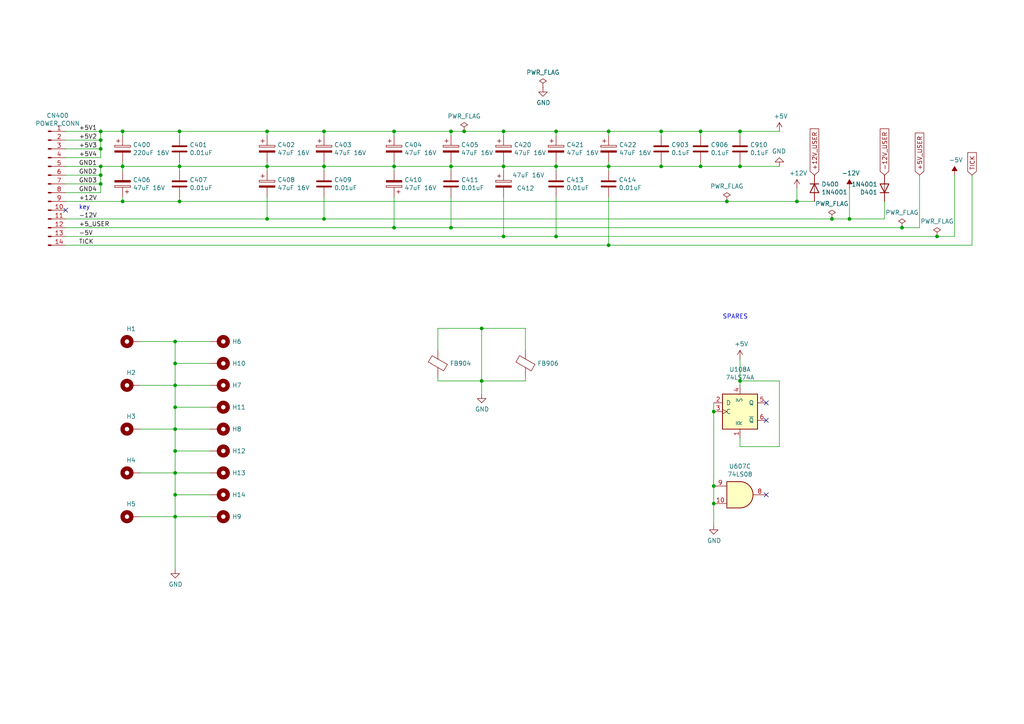
<source format=kicad_sch>
(kicad_sch (version 20230121) (generator eeschema)
  (paper "A4")
  (title_block (title "B2000 Power") (date "07/06/1987") (rev "6.2-a") (company "Commodore") (comment 1 "Drawn by: Dave Haynie") (comment 2 "Used on: A2000-CR") (comment 3 "Next Assy: 312725") (comment 4 "Assy: 312726"))
  (lib_symbols
    (symbol "74xx:74LS08" (pin_names (offset 1.016))
      (property "Reference" "U" (at 0 1.27 0))
      (property "Value" "74LS08" (at 0 -1.27 0))
      (symbol "74LS08_1_1"
        (arc (start 0 -3.81) (mid 3.7934 0) (end 0 3.81) (stroke (width 0.254)) (fill (type background)))
        (polyline (pts (xy 0 3.81) (xy -3.81 3.81) (xy -3.81 -3.81) (xy 0 -3.81)) (stroke (width 0.254)) (fill (type background)))
        (pin input line (at -7.62 2.54 0) (length 3.81) (name "~") (number "1"))
        (pin input line (at -7.62 -2.54 0) (length 3.81) (name "~") (number "2"))
        (pin output line (at 7.62 0 180) (length 3.81) (name "~") (number "3"))
      )
      (symbol "74LS08_1_2"
        (arc (start -3.81 -3.81) (mid -2.589 0) (end -3.81 3.81) (stroke (width 0.254)))
        (arc (start -0.6096 -3.81) (mid 2.1842 -2.5851) (end 3.81 0) (stroke (width 0.254)) (fill (type background)))
        (polyline (pts (xy -3.81 -3.81) (xy -0.635 -3.81)) (stroke (width 0.254)) (fill (type background)))
        (polyline (pts (xy -3.81 3.81) (xy -0.635 3.81)) (stroke (width 0.254)) (fill (type background)))
        (polyline (pts (xy -0.635 3.81) (xy -3.81 3.81) (xy -3.81 3.81) (xy -3.556 3.4036) (xy -3.0226 2.2606) (xy -2.6924 1.0414) (xy -2.6162 -0.254) (xy -2.7686 -1.4986) (xy -3.175 -2.7178) (xy -3.81 -3.81) (xy -3.81 -3.81) (xy -0.635 -3.81)) (stroke (width -25.4)) (fill (type background)))
        (arc (start 3.81 0) (mid 2.1915 2.5936) (end -0.6096 3.81) (stroke (width 0.254)) (fill (type background)))
        (pin input inverted (at -7.62 2.54 0) (length 4.318) (name "~") (number "1"))
        (pin input inverted (at -7.62 -2.54 0) (length 4.318) (name "~") (number "2"))
        (pin output inverted (at 7.62 0 180) (length 3.81) (name "~") (number "3"))
      )
      (symbol "74LS08_2_1"
        (arc (start 0 -3.81) (mid 3.7934 0) (end 0 3.81) (stroke (width 0.254)) (fill (type background)))
        (polyline (pts (xy 0 3.81) (xy -3.81 3.81) (xy -3.81 -3.81) (xy 0 -3.81)) (stroke (width 0.254)) (fill (type background)))
        (pin input line (at -7.62 2.54 0) (length 3.81) (name "~") (number "4"))
        (pin input line (at -7.62 -2.54 0) (length 3.81) (name "~") (number "5"))
        (pin output line (at 7.62 0 180) (length 3.81) (name "~") (number "6"))
      )
      (symbol "74LS08_2_2"
        (arc (start -3.81 -3.81) (mid -2.589 0) (end -3.81 3.81) (stroke (width 0.254)))
        (arc (start -0.6096 -3.81) (mid 2.1842 -2.5851) (end 3.81 0) (stroke (width 0.254)) (fill (type background)))
        (polyline (pts (xy -3.81 -3.81) (xy -0.635 -3.81)) (stroke (width 0.254)) (fill (type background)))
        (polyline (pts (xy -3.81 3.81) (xy -0.635 3.81)) (stroke (width 0.254)) (fill (type background)))
        (polyline (pts (xy -0.635 3.81) (xy -3.81 3.81) (xy -3.81 3.81) (xy -3.556 3.4036) (xy -3.0226 2.2606) (xy -2.6924 1.0414) (xy -2.6162 -0.254) (xy -2.7686 -1.4986) (xy -3.175 -2.7178) (xy -3.81 -3.81) (xy -3.81 -3.81) (xy -0.635 -3.81)) (stroke (width -25.4)) (fill (type background)))
        (arc (start 3.81 0) (mid 2.1915 2.5936) (end -0.6096 3.81) (stroke (width 0.254)) (fill (type background)))
        (pin input inverted (at -7.62 2.54 0) (length 4.318) (name "~") (number "4"))
        (pin input inverted (at -7.62 -2.54 0) (length 4.318) (name "~") (number "5"))
        (pin output inverted (at 7.62 0 180) (length 3.81) (name "~") (number "6"))
      )
      (symbol "74LS08_3_1"
        (arc (start 0 -3.81) (mid 3.7934 0) (end 0 3.81) (stroke (width 0.254)) (fill (type background)))
        (polyline (pts (xy 0 3.81) (xy -3.81 3.81) (xy -3.81 -3.81) (xy 0 -3.81)) (stroke (width 0.254)) (fill (type background)))
        (pin input line (at -7.62 -2.54 0) (length 3.81) (name "~") (number "10"))
        (pin output line (at 7.62 0 180) (length 3.81) (name "~") (number "8"))
        (pin input line (at -7.62 2.54 0) (length 3.81) (name "~") (number "9"))
      )
      (symbol "74LS08_3_2"
        (arc (start -3.81 -3.81) (mid -2.589 0) (end -3.81 3.81) (stroke (width 0.254)))
        (arc (start -0.6096 -3.81) (mid 2.1842 -2.5851) (end 3.81 0) (stroke (width 0.254)) (fill (type background)))
        (polyline (pts (xy -3.81 -3.81) (xy -0.635 -3.81)) (stroke (width 0.254)) (fill (type background)))
        (polyline (pts (xy -3.81 3.81) (xy -0.635 3.81)) (stroke (width 0.254)) (fill (type background)))
        (polyline (pts (xy -0.635 3.81) (xy -3.81 3.81) (xy -3.81 3.81) (xy -3.556 3.4036) (xy -3.0226 2.2606) (xy -2.6924 1.0414) (xy -2.6162 -0.254) (xy -2.7686 -1.4986) (xy -3.175 -2.7178) (xy -3.81 -3.81) (xy -3.81 -3.81) (xy -0.635 -3.81)) (stroke (width -25.4)) (fill (type background)))
        (arc (start 3.81 0) (mid 2.1915 2.5936) (end -0.6096 3.81) (stroke (width 0.254)) (fill (type background)))
        (pin input inverted (at -7.62 -2.54 0) (length 4.318) (name "~") (number "10"))
        (pin output inverted (at 7.62 0 180) (length 3.81) (name "~") (number "8"))
        (pin input inverted (at -7.62 2.54 0) (length 4.318) (name "~") (number "9"))
      )
      (symbol "74LS08_4_1"
        (arc (start 0 -3.81) (mid 3.7934 0) (end 0 3.81) (stroke (width 0.254)) (fill (type background)))
        (polyline (pts (xy 0 3.81) (xy -3.81 3.81) (xy -3.81 -3.81) (xy 0 -3.81)) (stroke (width 0.254)) (fill (type background)))
        (pin output line (at 7.62 0 180) (length 3.81) (name "~") (number "11"))
        (pin input line (at -7.62 2.54 0) (length 3.81) (name "~") (number "12"))
        (pin input line (at -7.62 -2.54 0) (length 3.81) (name "~") (number "13"))
      )
      (symbol "74LS08_4_2"
        (arc (start -3.81 -3.81) (mid -2.589 0) (end -3.81 3.81) (stroke (width 0.254)))
        (arc (start -0.6096 -3.81) (mid 2.1842 -2.5851) (end 3.81 0) (stroke (width 0.254)) (fill (type background)))
        (polyline (pts (xy -3.81 -3.81) (xy -0.635 -3.81)) (stroke (width 0.254)) (fill (type background)))
        (polyline (pts (xy -3.81 3.81) (xy -0.635 3.81)) (stroke (width 0.254)) (fill (type background)))
        (polyline (pts (xy -0.635 3.81) (xy -3.81 3.81) (xy -3.81 3.81) (xy -3.556 3.4036) (xy -3.0226 2.2606) (xy -2.6924 1.0414) (xy -2.6162 -0.254) (xy -2.7686 -1.4986) (xy -3.175 -2.7178) (xy -3.81 -3.81) (xy -3.81 -3.81) (xy -0.635 -3.81)) (stroke (width -25.4)) (fill (type background)))
        (arc (start 3.81 0) (mid 2.1915 2.5936) (end -0.6096 3.81) (stroke (width 0.254)) (fill (type background)))
        (pin output inverted (at 7.62 0 180) (length 3.81) (name "~") (number "11"))
        (pin input inverted (at -7.62 2.54 0) (length 4.318) (name "~") (number "12"))
        (pin input inverted (at -7.62 -2.54 0) (length 4.318) (name "~") (number "13"))
      )
      (symbol "74LS08_5_0"
        (pin power_in line (at 0 12.7 270) (length 5.08) (name "VCC") (number "14"))
        (pin power_in line (at 0 -12.7 90) (length 5.08) (name "GND") (number "7"))
      )
      (symbol "74LS08_5_1"
        (rectangle (start -5.08 7.62) (end 5.08 -7.62) (stroke (width 0.254)) (fill (type background)))
      )
    )
    (symbol "74xx:74LS74" (pin_names (offset 1.016))
      (property "Reference" "U" (at -7.62 8.89 0))
      (property "Value" "74LS74" (at -7.62 -8.89 0))
      (symbol "74LS74_1_0"
        (pin input line (at 0 -7.62 90) (length 2.54) (name "~{R}") (number "1"))
        (pin input line (at -7.62 2.54 0) (length 2.54) (name "D") (number "2"))
        (pin input clock (at -7.62 0 0) (length 2.54) (name "C") (number "3"))
        (pin input line (at 0 7.62 270) (length 2.54) (name "~{S}") (number "4"))
        (pin output line (at 7.62 2.54 180) (length 2.54) (name "Q") (number "5"))
        (pin output line (at 7.62 -2.54 180) (length 2.54) (name "~{Q}") (number "6"))
      )
      (symbol "74LS74_1_1"
        (rectangle (start -5.08 5.08) (end 5.08 -5.08) (stroke (width 0.254)) (fill (type background)))
      )
      (symbol "74LS74_2_0"
        (pin input line (at 0 7.62 270) (length 2.54) (name "~{S}") (number "10"))
        (pin input clock (at -7.62 0 0) (length 2.54) (name "C") (number "11"))
        (pin input line (at -7.62 2.54 0) (length 2.54) (name "D") (number "12"))
        (pin input line (at 0 -7.62 90) (length 2.54) (name "~{R}") (number "13"))
        (pin output line (at 7.62 -2.54 180) (length 2.54) (name "~{Q}") (number "8"))
        (pin output line (at 7.62 2.54 180) (length 2.54) (name "Q") (number "9"))
      )
      (symbol "74LS74_2_1"
        (rectangle (start -5.08 5.08) (end 5.08 -5.08) (stroke (width 0.254)) (fill (type background)))
      )
      (symbol "74LS74_3_0"
        (pin power_in line (at 0 10.16 270) (length 2.54) (name "VCC") (number "14"))
        (pin power_in line (at 0 -10.16 90) (length 2.54) (name "GND") (number "7"))
      )
      (symbol "74LS74_3_1"
        (rectangle (start -5.08 7.62) (end 5.08 -7.62) (stroke (width 0.254)) (fill (type background)))
      )
    )
    (symbol "Device:C" (pin_numbers hide) (pin_names (offset 0.254))
      (property "Reference" "C" (at 0.635 2.54 0))
      (property "Value" "C" (at 0.635 -2.54 0))
      (symbol "C_0_1"
        (polyline (pts (xy -2.032 -0.762) (xy 2.032 -0.762)) (stroke (width 0.508)))
        (polyline (pts (xy -2.032 0.762) (xy 2.032 0.762)) (stroke (width 0.508)))
      )
      (symbol "C_1_1"
        (pin passive line (at 0 3.81 270) (length 2.794) (name "~") (number "1"))
        (pin passive line (at 0 -3.81 90) (length 2.794) (name "~") (number "2"))
      )
    )
    (symbol "Diode:1N4001" (pin_numbers hide) (pin_names hide)
      (property "Reference" "D" (at 0 2.54 0))
      (property "Value" "1N4001" (at 0 -2.54 0))
      (symbol "1N4001_0_1"
        (polyline (pts (xy -1.27 1.27) (xy -1.27 -1.27)) (stroke (width 0.254)))
        (polyline (pts (xy 1.27 0) (xy -1.27 0)))
        (polyline (pts (xy 1.27 1.27) (xy 1.27 -1.27) (xy -1.27 0) (xy 1.27 1.27)) (stroke (width 0.254)))
      )
      (symbol "1N4001_1_1"
        (pin passive line (at -3.81 0 0) (length 2.54) (name "K") (number "1"))
        (pin passive line (at 3.81 0 180) (length 2.54) (name "A") (number "2"))
      )
    )
    (symbol "Mechanical:MountingHole_Pad" (pin_numbers hide) (pin_names (offset 1.016) hide)
      (property "Reference" "H" (at 0 6.35 0))
      (property "Value" "MountingHole_Pad" (at 0 4.445 0))
      (symbol "MountingHole_Pad_0_1"
        (circle (center 0 1.27) (radius 1.27) (stroke (width 1.27)))
      )
      (symbol "MountingHole_Pad_1_1"
        (pin input line (at 0 -2.54 90) (length 2.54) (name "1") (number "1"))
      )
    )
    (symbol "amiga2000-rescue:CP-Device" (pin_numbers hide) (pin_names (offset 0.254))
      (property "Reference" "C" (at 0.635 2.54 0))
      (property "Value" "Device_CP" (at 0.635 -2.54 0))
      (symbol "CP-Device_0_1"
        (rectangle (start -2.286 0.508) (end 2.286 1.016))
        (polyline (pts (xy -1.778 2.286) (xy -0.762 2.286)))
        (polyline (pts (xy -1.27 2.794) (xy -1.27 1.778)))
        (rectangle (start 2.286 -0.508) (end -2.286 -1.016) (fill (type outline)))
      )
      (symbol "CP-Device_1_1"
        (pin passive line (at 0 3.81 270) (length 2.794) (name "~") (number "1"))
        (pin passive line (at 0 -3.81 90) (length 2.794) (name "~") (number "2"))
      )
    )
    (symbol "amiga2000-rescue:Conn_01x14_Male-Connector" (pin_names (offset 1.016) hide)
      (property "Reference" "J" (at 0 17.78 0))
      (property "Value" "Connector_Conn_01x14_Male" (at 0 -20.32 0))
      (symbol "Conn_01x14_Male-Connector_1_1"
        (polyline (pts (xy 1.27 -17.78) (xy 0.8636 -17.78)) (stroke (width 0.1524)))
        (polyline (pts (xy 1.27 -15.24) (xy 0.8636 -15.24)) (stroke (width 0.1524)))
        (polyline (pts (xy 1.27 -12.7) (xy 0.8636 -12.7)) (stroke (width 0.1524)))
        (polyline (pts (xy 1.27 -10.16) (xy 0.8636 -10.16)) (stroke (width 0.1524)))
        (polyline (pts (xy 1.27 -7.62) (xy 0.8636 -7.62)) (stroke (width 0.1524)))
        (polyline (pts (xy 1.27 -5.08) (xy 0.8636 -5.08)) (stroke (width 0.1524)))
        (polyline (pts (xy 1.27 -2.54) (xy 0.8636 -2.54)) (stroke (width 0.1524)))
        (polyline (pts (xy 1.27 0) (xy 0.8636 0)) (stroke (width 0.1524)))
        (polyline (pts (xy 1.27 2.54) (xy 0.8636 2.54)) (stroke (width 0.1524)))
        (polyline (pts (xy 1.27 5.08) (xy 0.8636 5.08)) (stroke (width 0.1524)))
        (polyline (pts (xy 1.27 7.62) (xy 0.8636 7.62)) (stroke (width 0.1524)))
        (polyline (pts (xy 1.27 10.16) (xy 0.8636 10.16)) (stroke (width 0.1524)))
        (polyline (pts (xy 1.27 12.7) (xy 0.8636 12.7)) (stroke (width 0.1524)))
        (polyline (pts (xy 1.27 15.24) (xy 0.8636 15.24)) (stroke (width 0.1524)))
        (rectangle (start 0.8636 -17.653) (end 0 -17.907) (stroke (width 0.1524)) (fill (type outline)))
        (rectangle (start 0.8636 -15.113) (end 0 -15.367) (stroke (width 0.1524)) (fill (type outline)))
        (rectangle (start 0.8636 -12.573) (end 0 -12.827) (stroke (width 0.1524)) (fill (type outline)))
        (rectangle (start 0.8636 -10.033) (end 0 -10.287) (stroke (width 0.1524)) (fill (type outline)))
        (rectangle (start 0.8636 -7.493) (end 0 -7.747) (stroke (width 0.1524)) (fill (type outline)))
        (rectangle (start 0.8636 -4.953) (end 0 -5.207) (stroke (width 0.1524)) (fill (type outline)))
        (rectangle (start 0.8636 -2.413) (end 0 -2.667) (stroke (width 0.1524)) (fill (type outline)))
        (rectangle (start 0.8636 0.127) (end 0 -0.127) (stroke (width 0.1524)) (fill (type outline)))
        (rectangle (start 0.8636 2.667) (end 0 2.413) (stroke (width 0.1524)) (fill (type outline)))
        (rectangle (start 0.8636 5.207) (end 0 4.953) (stroke (width 0.1524)) (fill (type outline)))
        (rectangle (start 0.8636 7.747) (end 0 7.493) (stroke (width 0.1524)) (fill (type outline)))
        (rectangle (start 0.8636 10.287) (end 0 10.033) (stroke (width 0.1524)) (fill (type outline)))
        (rectangle (start 0.8636 12.827) (end 0 12.573) (stroke (width 0.1524)) (fill (type outline)))
        (rectangle (start 0.8636 15.367) (end 0 15.113) (stroke (width 0.1524)) (fill (type outline)))
        (pin passive line (at 5.08 15.24 180) (length 3.81) (name "Pin_1") (number "1"))
        (pin passive line (at 5.08 -7.62 180) (length 3.81) (name "Pin_10") (number "10"))
        (pin passive line (at 5.08 -10.16 180) (length 3.81) (name "Pin_11") (number "11"))
        (pin passive line (at 5.08 -12.7 180) (length 3.81) (name "Pin_12") (number "12"))
        (pin passive line (at 5.08 -15.24 180) (length 3.81) (name "Pin_13") (number "13"))
        (pin passive line (at 5.08 -17.78 180) (length 3.81) (name "Pin_14") (number "14"))
        (pin passive line (at 5.08 12.7 180) (length 3.81) (name "Pin_2") (number "2"))
        (pin passive line (at 5.08 10.16 180) (length 3.81) (name "Pin_3") (number "3"))
        (pin passive line (at 5.08 7.62 180) (length 3.81) (name "Pin_4") (number "4"))
        (pin passive line (at 5.08 5.08 180) (length 3.81) (name "Pin_5") (number "5"))
        (pin passive line (at 5.08 2.54 180) (length 3.81) (name "Pin_6") (number "6"))
        (pin passive line (at 5.08 0 180) (length 3.81) (name "Pin_7") (number "7"))
        (pin passive line (at 5.08 -2.54 180) (length 3.81) (name "Pin_8") (number "8"))
        (pin passive line (at 5.08 -5.08 180) (length 3.81) (name "Pin_9") (number "9"))
      )
    )
    (symbol "amiga2000-rescue:Ferrite_Bead-Device" (pin_numbers hide) (pin_names (offset 0))
      (property "Reference" "FB" (at -3.81 0.635 90))
      (property "Value" "Device_Ferrite_Bead" (at 3.81 0 90))
      (symbol "Ferrite_Bead-Device_0_1"
        (polyline (pts (xy 0 -1.27) (xy 0 -1.2192)))
        (polyline (pts (xy 0 1.27) (xy 0 1.2954)))
        (polyline (pts (xy -2.7686 0.4064) (xy -1.7018 2.2606) (xy 2.7686 -0.3048) (xy 1.6764 -2.159) (xy -2.7686 0.4064)))
      )
      (symbol "Ferrite_Bead-Device_1_1"
        (pin passive line (at 0 3.81 270) (length 2.54) (name "~") (number "1"))
        (pin passive line (at 0 -3.81 90) (length 2.54) (name "~") (number "2"))
      )
    )
    (symbol "power:+12V" (power) (pin_names (offset 0))
      (property "Value" "+12V" (at 0 3.556 0))
      (symbol "+12V_0_1"
        (polyline (pts (xy -0.762 1.27) (xy 0 2.54)))
        (polyline (pts (xy 0 0) (xy 0 2.54)))
        (polyline (pts (xy 0 2.54) (xy 0.762 1.27)))
      )
      (symbol "+12V_1_1"
        (pin power_in line (at 0 0 90) (length 0) hide (name "+12V") (number "1"))
      )
    )
    (symbol "power:+5V" (power) (pin_names (offset 0))
      (property "Value" "+5V" (at 0 3.556 0))
      (symbol "+5V_0_1"
        (polyline (pts (xy -0.762 1.27) (xy 0 2.54)))
        (polyline (pts (xy 0 0) (xy 0 2.54)))
        (polyline (pts (xy 0 2.54) (xy 0.762 1.27)))
      )
      (symbol "+5V_1_1"
        (pin power_in line (at 0 0 90) (length 0) hide (name "+5V") (number "1"))
      )
    )
    (symbol "power:-12V" (power) (pin_names (offset 0))
      (property "Value" "-12V" (at 0 3.81 0))
      (symbol "-12V_0_0"
        (pin power_in line (at 0 0 90) (length 0) hide (name "-12V") (number "1"))
      )
      (symbol "-12V_0_1"
        (polyline (pts (xy 0 0) (xy 0 1.27) (xy 0.762 1.27) (xy 0 2.54) (xy -0.762 1.27) (xy 0 1.27)) (fill (type outline)))
      )
    )
    (symbol "power:-5V" (power) (pin_names (offset 0))
      (property "Value" "-5V" (at 0 3.81 0))
      (symbol "-5V_0_0"
        (pin power_in line (at 0 0 90) (length 0) hide (name "-5V") (number "1"))
      )
      (symbol "-5V_0_1"
        (polyline (pts (xy 0 0) (xy 0 1.27) (xy 0.762 1.27) (xy 0 2.54) (xy -0.762 1.27) (xy 0 1.27)) (fill (type outline)))
      )
    )
    (symbol "power:GND" (power) (pin_names (offset 0))
      (property "Value" "GND" (at 0 -3.81 0))
      (symbol "GND_0_1"
        (polyline (pts (xy 0 0) (xy 0 -1.27) (xy 1.27 -1.27) (xy 0 -2.54) (xy -1.27 -1.27) (xy 0 -1.27)))
      )
      (symbol "GND_1_1"
        (pin power_in line (at 0 0 270) (length 0) hide (name "GND") (number "1"))
      )
    )
    (symbol "power:PWR_FLAG" (power) (pin_numbers hide) (pin_names (offset 0) hide)
      (property "Value" "PWR_FLAG" (at 0 3.81 0))
      (symbol "PWR_FLAG_0_0"
        (pin power_out line (at 0 0 90) (length 0) (name "pwr") (number "1"))
      )
      (symbol "PWR_FLAG_0_1"
        (polyline (pts (xy 0 0) (xy 0 1.27) (xy -1.016 1.905) (xy 0 2.54) (xy 1.016 1.905) (xy 0 1.27)))
      )
    )
  )
  (junction (at 231.14 58.42))
  (junction (at 246.38 63.5))
  (junction (at 50.8 99.06))
  (junction (at 214.63 48.26))
  (junction (at 207.01 119.38))
  (junction (at 52.07 48.26))
  (junction (at 130.81 38.1))
  (junction (at 130.81 66.04))
  (junction (at 35.56 58.42))
  (junction (at 77.47 63.5))
  (junction (at 139.7 95.25))
  (junction (at 130.81 48.26))
  (junction (at 241.3 63.5))
  (junction (at 77.47 38.1))
  (junction (at 29.21 53.34))
  (junction (at 50.8 143.51))
  (junction (at 93.98 63.5))
  (junction (at 271.78 68.58))
  (junction (at 191.77 48.26))
  (junction (at 93.98 38.1))
  (junction (at 29.21 38.1))
  (junction (at 114.3 38.1))
  (junction (at 214.63 110.49))
  (junction (at 161.29 48.26))
  (junction (at 203.2 38.1))
  (junction (at 161.29 38.1))
  (junction (at 146.05 48.26))
  (junction (at 114.3 66.04))
  (junction (at 261.62 66.04))
  (junction (at 52.07 58.42))
  (junction (at 210.82 58.42))
  (junction (at 207.01 146.05))
  (junction (at 50.8 137.16))
  (junction (at 50.8 105.41))
  (junction (at 50.8 130.81))
  (junction (at 203.2 48.26))
  (junction (at 93.98 48.26))
  (junction (at 146.05 68.58))
  (junction (at 139.7 110.49))
  (junction (at 50.8 124.46))
  (junction (at 214.63 38.1))
  (junction (at 161.29 68.58))
  (junction (at 29.21 48.26))
  (junction (at 29.21 40.64))
  (junction (at 52.07 38.1))
  (junction (at 50.8 149.86))
  (junction (at 50.8 118.11))
  (junction (at 50.8 111.76))
  (junction (at 35.56 48.26))
  (junction (at 29.21 43.18))
  (junction (at 29.21 50.8))
  (junction (at 146.05 38.1))
  (junction (at 191.77 38.1))
  (junction (at 134.62 38.1))
  (junction (at 176.53 38.1))
  (junction (at 114.3 48.26))
  (junction (at 35.56 38.1))
  (junction (at 176.53 71.12))
  (junction (at 77.47 48.26))
  (junction (at 176.53 48.26))
  (junction (at 207.01 140.97))
  (no_connect (at 222.25 121.92))
  (no_connect (at 19.05 60.96))
  (no_connect (at 222.25 143.51))
  (no_connect (at 222.25 116.84))
  (wire (pts (xy 231.14 58.42) (xy 236.22 58.42)))
  (wire (pts (xy 40.64 99.06) (xy 50.8 99.06)))
  (wire (pts (xy 50.8 130.81) (xy 60.96 130.81)))
  (wire (pts (xy 52.07 57.15) (xy 52.07 58.42)))
  (wire (pts (xy 50.8 149.86) (xy 40.64 149.86)))
  (wire (pts (xy 29.21 48.26) (xy 35.56 48.26)))
  (wire (pts (xy 176.53 48.26) (xy 176.53 49.53)))
  (wire (pts (xy 207.01 116.84) (xy 207.01 119.38)))
  (wire (pts (xy 161.29 49.53) (xy 161.29 48.26)))
  (wire (pts (xy 191.77 39.37) (xy 191.77 38.1)))
  (wire (pts (xy 139.7 110.49) (xy 152.4 110.49)))
  (wire (pts (xy 52.07 38.1) (xy 52.07 39.37)))
  (wire (pts (xy 114.3 48.26) (xy 130.81 48.26)))
  (wire (pts (xy 93.98 38.1) (xy 114.3 38.1)))
  (wire (pts (xy 50.8 137.16) (xy 40.64 137.16)))
  (wire (pts (xy 161.29 38.1) (xy 176.53 38.1)))
  (wire (pts (xy 146.05 38.1) (xy 161.29 38.1)))
  (wire (pts (xy 127 101.6) (xy 127 95.25)))
  (wire (pts (xy 35.56 38.1) (xy 35.56 39.37)))
  (wire (pts (xy 29.21 43.18) (xy 29.21 40.64)))
  (wire (pts (xy 139.7 110.49) (xy 139.7 114.3)))
  (wire (pts (xy 130.81 38.1) (xy 130.81 39.37)))
  (wire (pts (xy 114.3 38.1) (xy 130.81 38.1)))
  (wire (pts (xy 19.05 55.88) (xy 29.21 55.88)))
  (wire (pts (xy 19.05 68.58) (xy 146.05 68.58)))
  (wire (pts (xy 127 110.49) (xy 139.7 110.49)))
  (wire (pts (xy 35.56 48.26) (xy 52.07 48.26)))
  (wire (pts (xy 29.21 53.34) (xy 29.21 50.8)))
  (wire (pts (xy 50.8 137.16) (xy 60.96 137.16)))
  (wire (pts (xy 29.21 45.72) (xy 29.21 43.18)))
  (wire (pts (xy 241.3 63.5) (xy 246.38 63.5)))
  (wire (pts (xy 52.07 48.26) (xy 52.07 46.99)))
  (wire (pts (xy 127 95.25) (xy 139.7 95.25)))
  (wire (pts (xy 226.06 110.49) (xy 226.06 129.54)))
  (wire (pts (xy 256.54 58.42) (xy 256.54 63.5)))
  (wire (pts (xy 152.4 95.25) (xy 139.7 95.25)))
  (wire (pts (xy 203.2 48.26) (xy 191.77 48.26)))
  (wire (pts (xy 191.77 46.99) (xy 191.77 48.26)))
  (wire (pts (xy 19.05 38.1) (xy 29.21 38.1)))
  (wire (pts (xy 134.62 38.1) (xy 146.05 38.1)))
  (wire (pts (xy 231.14 58.42) (xy 231.14 54.61)))
  (wire (pts (xy 176.53 38.1) (xy 191.77 38.1)))
  (wire (pts (xy 19.05 48.26) (xy 29.21 48.26)))
  (wire (pts (xy 261.62 66.04) (xy 266.7 66.04)))
  (wire (pts (xy 161.29 57.15) (xy 161.29 68.58)))
  (wire (pts (xy 19.05 63.5) (xy 77.47 63.5)))
  (wire (pts (xy 60.96 143.51) (xy 50.8 143.51)))
  (wire (pts (xy 77.47 57.15) (xy 77.47 63.5)))
  (wire (pts (xy 176.53 57.15) (xy 176.53 71.12)))
  (wire (pts (xy 146.05 68.58) (xy 161.29 68.58)))
  (wire (pts (xy 146.05 48.26) (xy 161.29 48.26)))
  (wire (pts (xy 214.63 129.54) (xy 214.63 127)))
  (wire (pts (xy 176.53 39.37) (xy 176.53 38.1)))
  (wire (pts (xy 214.63 110.49) (xy 226.06 110.49)))
  (wire (pts (xy 210.82 58.42) (xy 231.14 58.42)))
  (wire (pts (xy 29.21 40.64) (xy 29.21 38.1)))
  (wire (pts (xy 19.05 45.72) (xy 29.21 45.72)))
  (wire (pts (xy 19.05 58.42) (xy 35.56 58.42)))
  (wire (pts (xy 161.29 39.37) (xy 161.29 38.1)))
  (wire (pts (xy 93.98 63.5) (xy 241.3 63.5)))
  (wire (pts (xy 40.64 124.46) (xy 50.8 124.46)))
  (wire (pts (xy 246.38 63.5) (xy 256.54 63.5)))
  (wire (pts (xy 50.8 165.1) (xy 50.8 149.86)))
  (wire (pts (xy 19.05 66.04) (xy 114.3 66.04)))
  (wire (pts (xy 130.81 38.1) (xy 134.62 38.1)))
  (wire (pts (xy 50.8 124.46) (xy 50.8 118.11)))
  (wire (pts (xy 207.01 140.97) (xy 207.01 146.05)))
  (wire (pts (xy 93.98 49.53) (xy 93.98 48.26)))
  (wire (pts (xy 176.53 46.99) (xy 176.53 48.26)))
  (wire (pts (xy 35.56 48.26) (xy 35.56 46.99)))
  (wire (pts (xy 226.06 129.54) (xy 214.63 129.54)))
  (wire (pts (xy 146.05 57.15) (xy 146.05 68.58)))
  (wire (pts (xy 60.96 149.86) (xy 50.8 149.86)))
  (wire (pts (xy 203.2 39.37) (xy 203.2 38.1)))
  (wire (pts (xy 52.07 38.1) (xy 77.47 38.1)))
  (wire (pts (xy 161.29 68.58) (xy 271.78 68.58)))
  (wire (pts (xy 146.05 39.37) (xy 146.05 38.1)))
  (wire (pts (xy 130.81 48.26) (xy 146.05 48.26)))
  (wire (pts (xy 266.7 50.8) (xy 266.7 66.04)))
  (wire (pts (xy 214.63 46.99) (xy 214.63 48.26)))
  (wire (pts (xy 19.05 43.18) (xy 29.21 43.18)))
  (wire (pts (xy 52.07 49.53) (xy 52.07 48.26)))
  (wire (pts (xy 130.81 48.26) (xy 130.81 46.99)))
  (wire (pts (xy 77.47 38.1) (xy 77.47 39.37)))
  (wire (pts (xy 114.3 48.26) (xy 114.3 46.99)))
  (wire (pts (xy 77.47 48.26) (xy 93.98 48.26)))
  (wire (pts (xy 77.47 49.53) (xy 77.47 48.26)))
  (wire (pts (xy 19.05 53.34) (xy 29.21 53.34)))
  (wire (pts (xy 161.29 48.26) (xy 176.53 48.26)))
  (wire (pts (xy 93.98 48.26) (xy 93.98 46.99)))
  (wire (pts (xy 35.56 38.1) (xy 52.07 38.1)))
  (wire (pts (xy 35.56 49.53) (xy 35.56 48.26)))
  (wire (pts (xy 203.2 46.99) (xy 203.2 48.26)))
  (wire (pts (xy 114.3 38.1) (xy 114.3 39.37)))
  (wire (pts (xy 130.81 66.04) (xy 114.3 66.04)))
  (wire (pts (xy 50.8 149.86) (xy 50.8 143.51)))
  (wire (pts (xy 93.98 38.1) (xy 93.98 39.37)))
  (wire (pts (xy 276.86 50.8) (xy 276.86 68.58)))
  (wire (pts (xy 214.63 48.26) (xy 203.2 48.26)))
  (wire (pts (xy 226.06 48.26) (xy 214.63 48.26)))
  (wire (pts (xy 214.63 39.37) (xy 214.63 38.1)))
  (wire (pts (xy 114.3 48.26) (xy 114.3 49.53)))
  (wire (pts (xy 152.4 101.6) (xy 152.4 95.25)))
  (wire (pts (xy 191.77 38.1) (xy 203.2 38.1)))
  (wire (pts (xy 271.78 68.58) (xy 276.86 68.58)))
  (wire (pts (xy 114.3 57.15) (xy 114.3 66.04)))
  (wire (pts (xy 176.53 71.12) (xy 281.94 71.12)))
  (wire (pts (xy 50.8 105.41) (xy 60.96 105.41)))
  (wire (pts (xy 146.05 46.99) (xy 146.05 48.26)))
  (wire (pts (xy 29.21 50.8) (xy 29.21 48.26)))
  (wire (pts (xy 60.96 118.11) (xy 50.8 118.11)))
  (wire (pts (xy 50.8 137.16) (xy 50.8 130.81)))
  (wire (pts (xy 214.63 104.14) (xy 214.63 110.49)))
  (wire (pts (xy 77.47 48.26) (xy 77.47 46.99)))
  (wire (pts (xy 50.8 143.51) (xy 50.8 137.16)))
  (wire (pts (xy 50.8 124.46) (xy 60.96 124.46)))
  (wire (pts (xy 130.81 57.15) (xy 130.81 66.04)))
  (wire (pts (xy 146.05 49.53) (xy 146.05 48.26)))
  (wire (pts (xy 29.21 38.1) (xy 35.56 38.1)))
  (wire (pts (xy 50.8 105.41) (xy 50.8 99.06)))
  (wire (pts (xy 77.47 63.5) (xy 93.98 63.5)))
  (wire (pts (xy 246.38 54.61) (xy 246.38 63.5)))
  (wire (pts (xy 214.63 38.1) (xy 226.06 38.1)))
  (wire (pts (xy 52.07 58.42) (xy 210.82 58.42)))
  (wire (pts (xy 93.98 48.26) (xy 114.3 48.26)))
  (wire (pts (xy 50.8 130.81) (xy 50.8 124.46)))
  (wire (pts (xy 50.8 111.76) (xy 40.64 111.76)))
  (wire (pts (xy 35.56 58.42) (xy 52.07 58.42)))
  (wire (pts (xy 50.8 111.76) (xy 50.8 105.41)))
  (wire (pts (xy 19.05 40.64) (xy 29.21 40.64)))
  (wire (pts (xy 207.01 146.05) (xy 207.01 152.4)))
  (wire (pts (xy 35.56 57.15) (xy 35.56 58.42)))
  (wire (pts (xy 203.2 38.1) (xy 214.63 38.1)))
  (wire (pts (xy 19.05 71.12) (xy 176.53 71.12)))
  (wire (pts (xy 281.94 71.12) (xy 281.94 50.8)))
  (wire (pts (xy 29.21 55.88) (xy 29.21 53.34)))
  (wire (pts (xy 93.98 57.15) (xy 93.98 63.5)))
  (wire (pts (xy 191.77 48.26) (xy 176.53 48.26)))
  (wire (pts (xy 52.07 48.26) (xy 77.47 48.26)))
  (wire (pts (xy 161.29 46.99) (xy 161.29 48.26)))
  (wire (pts (xy 127 109.22) (xy 127 110.49)))
  (wire (pts (xy 50.8 99.06) (xy 60.96 99.06)))
  (wire (pts (xy 19.05 50.8) (xy 29.21 50.8)))
  (wire (pts (xy 130.81 48.26) (xy 130.81 49.53)))
  (wire (pts (xy 60.96 111.76) (xy 50.8 111.76)))
  (wire (pts (xy 207.01 119.38) (xy 207.01 140.97)))
  (wire (pts (xy 130.81 66.04) (xy 261.62 66.04)))
  (wire (pts (xy 139.7 95.25) (xy 139.7 110.49)))
  (wire (pts (xy 152.4 110.49) (xy 152.4 109.22)))
  (wire (pts (xy 214.63 110.49) (xy 214.63 111.76)))
  (wire (pts (xy 77.47 38.1) (xy 93.98 38.1)))
  (wire (pts (xy 50.8 118.11) (xy 50.8 111.76)))
  (text "key" (at 22.86 60.96 0) (effects (font (size 1.27 1.27)) (justify left bottom)))
  (text "SPARES" (at 209.55 92.71 0) (effects (font (size 1.27 1.27)) (justify left bottom)))
  (label "GND4" (at 22.86 55.88 0))
  (label "GND2" (at 22.86 50.8 0))
  (label "-12V" (at 22.86 63.5 0))
  (label "+5V1" (at 22.86 38.1 0))
  (label "+5V2" (at 22.86 40.64 0))
  (label "+5V4" (at 22.86 45.72 0))
  (label "+5_USER" (at 22.86 66.04 0))
  (label "TICK" (at 22.86 71.12 0))
  (label "GND1" (at 22.86 48.26 0))
  (label "+12V" (at 22.86 58.42 0))
  (label "-5V" (at 22.86 68.58 0))
  (label "GND3" (at 22.86 53.34 0))
  (label "+5V3" (at 22.86 43.18 0))
  (global_label "TICK" (shape input) (at 281.94 50.8 90) (property "Intersheetrefs" "${INTERSHEET_REFS}" (effects hide)))
  (global_label "+12V_USER" (shape input) (at 236.22 50.8 90) (property "Intersheetrefs" "${INTERSHEET_REFS}" (effects hide)))
  (global_label "+5V_USER" (shape input) (at 266.7 50.8 90) (property "Intersheetrefs" "${INTERSHEET_REFS}" (effects hide)))
  (global_label "-12V_USER" (shape input) (at 256.54 50.8 90) (property "Intersheetrefs" "${INTERSHEET_REFS}" (effects hide)))
  (symbol (lib_id "Mechanical:MountingHole_Pad") (at 63.5 137.16 270) (unit 1)
    (property "Reference" "H13" (at 67.31 137.16 90) (effects (justify left)))
    (property "Value" "MountingHole_Pad" (effects hide))
    (property "Footprint" "MountingHole:MountingHole_4mm_Pad_Via" (effects hide))
    (property "DoNotPopulate" "yes" (effects hide))
  )
  (symbol (lib_id "Mechanical:MountingHole_Pad") (at 63.5 105.41 270) (unit 1)
    (property "Reference" "H10" (at 67.31 105.41 90) (effects (justify left)))
    (property "Value" "MountingHole_Pad" (effects hide))
    (property "Footprint" "MountingHole:MountingHole_4mm_Pad_Via" (effects hide))
    (property "DoNotPopulate" "yes" (effects hide))
  )
  (symbol (lib_id "Mechanical:MountingHole_Pad") (at 63.5 118.11 270) (unit 1)
    (property "Reference" "H11" (at 67.31 118.11 90) (effects (justify left)))
    (property "Value" "MountingHole_Pad" (effects hide))
    (property "Footprint" "MountingHole:MountingHole_4mm_Pad_Via" (effects hide))
    (property "DoNotPopulate" "yes" (effects hide))
  )
  (symbol (lib_id "Mechanical:MountingHole_Pad") (at 63.5 130.81 270) (unit 1)
    (property "Reference" "H12" (at 67.31 130.81 90) (effects (justify left)))
    (property "Value" "MountingHole_Pad" (effects hide))
    (property "Footprint" "MountingHole:MountingHole_4mm_Pad_Via" (effects hide))
    (property "DoNotPopulate" "yes" (effects hide))
  )
  (symbol (lib_id "Mechanical:MountingHole_Pad") (at 63.5 143.51 270) (unit 1)
    (property "Reference" "H14" (at 67.31 143.51 90) (effects (justify left)))
    (property "Value" "MountingHole_Pad" (effects hide))
    (property "Footprint" "MountingHole:MountingHole_4mm_Pad_Via" (effects hide))
    (property "DoNotPopulate" "yes" (effects hide))
  )
  (symbol (lib_id "power:PWR_FLAG") (at 157.48 25.4 0) (unit 1)
    (property "Reference" "#FLG04" (effects hide))
    (property "Value" "PWR_FLAG" (at 157.48 21.0058 0))
  )
  (symbol (lib_id "power:GND") (at 157.48 25.4 0) (unit 1)
    (property "Reference" "#PWR068" (effects hide))
    (property "Value" "GND" (at 157.607 29.7942 0))
  )
  (symbol (lib_id "amiga2000-rescue:CP-Device") (at 146.05 43.18 0) (unit 1)
    (property "Reference" "C420" (at 149.0472 42.0116 0) (effects (justify left)))
    (property "Value" "47uF 16V" (at 149.0472 44.323 0) (effects (justify left)))
    (property "Footprint" "Capacitor_THT:CP_Radial_Tantal_D5.5mm_P5.00mm" (effects hide))
    (property "RefOrder" "667-ECA-1CM470B" (effects hide))
  )
  (symbol (lib_id "amiga2000-rescue:CP-Device") (at 161.29 43.18 0) (unit 1)
    (property "Reference" "C421" (at 164.2872 42.0116 0) (effects (justify left)))
    (property "Value" "47uF 16V" (at 164.2872 44.323 0) (effects (justify left)))
    (property "Footprint" "Capacitor_THT:CP_Radial_Tantal_D5.5mm_P5.00mm" (effects hide))
    (property "RefOrder" "667-ECA-1CM470B" (effects hide))
  )
  (symbol (lib_id "amiga2000-rescue:CP-Device") (at 176.53 43.18 0) (unit 1)
    (property "Reference" "C422" (at 179.5272 42.0116 0) (effects (justify left)))
    (property "Value" "47uF 16V" (at 179.5272 44.323 0) (effects (justify left)))
    (property "Footprint" "Capacitor_THT:CP_Radial_Tantal_D5.5mm_P5.00mm" (effects hide))
    (property "RefOrder" "667-ECA-1CM470B" (effects hide))
  )
  (symbol (lib_id "Device:C") (at 191.77 43.18 0) (unit 1)
    (property "Reference" "C903" (at 194.691 42.0116 0) (effects (justify left)))
    (property "Value" "0.1uF" (at 194.691 44.323 0) (effects (justify left)))
    (property "Footprint" "Capacitor_THT:C_Rect_L11.5mm_W2.6mm_P10.00mm_MKT" (effects hide))
    (property "RefOrder" "581-SA105C104KARC" (effects hide))
  )
  (symbol (lib_id "Device:C") (at 203.2 43.18 0) (unit 1)
    (property "Reference" "C906" (at 206.121 42.0116 0) (effects (justify left)))
    (property "Value" "0.1uF" (at 206.121 44.323 0) (effects (justify left)))
    (property "Footprint" "Capacitor_THT:C_Rect_L11.5mm_W2.6mm_P10.00mm_MKT" (effects hide))
    (property "RefOrder" "581-SA105C104KARC" (effects hide))
  )
  (symbol (lib_id "Device:C") (at 214.63 43.18 0) (unit 1)
    (property "Reference" "C910" (at 217.551 42.0116 0) (effects (justify left)))
    (property "Value" "0.1uF" (at 217.551 44.323 0) (effects (justify left)))
    (property "Footprint" "Capacitor_THT:C_Rect_L11.5mm_W2.6mm_P10.00mm_MKT" (effects hide))
    (property "RefOrder" "581-SA105C104KARC" (effects hide))
  )
  (symbol (lib_id "amiga2000-rescue:Ferrite_Bead-Device") (at 127 105.41 0) (unit 1)
    (property "Reference" "FB904" (at 130.4798 105.41 0) (effects (justify left)))
    (property "Value" "Ferrite_Bead" (effects hide))
    (property "Footprint" "Inductor_THT:L_Axial_L7.0mm_D3.3mm_P5.08mm_Vertical_Fastron_MICC" (effects hide))
    (property "DoNotPopulate" "yes" (effects hide))
  )
  (symbol (lib_id "amiga2000-rescue:Ferrite_Bead-Device") (at 152.4 105.41 0) (unit 1)
    (property "Reference" "FB906" (at 155.8798 105.41 0) (effects (justify left)))
    (property "Value" "Ferrite_Bead" (effects hide))
    (property "Footprint" "Inductor_THT:L_Axial_L7.0mm_D3.3mm_P5.08mm_Vertical_Fastron_MICC" (effects hide))
    (property "DoNotPopulate" "yes" (effects hide))
  )
  (symbol (lib_id "power:GND") (at 139.7 114.3 0) (unit 1)
    (property "Reference" "#PWR0272" (effects hide))
    (property "Value" "GND" (at 139.827 118.6942 0))
  )
  (symbol (lib_id "Mechanical:MountingHole_Pad") (at 38.1 99.06 90) (unit 1)
    (property "Reference" "H1" (at 38.0238 95.377 90))
    (property "Value" "MountingHole_Pad" (effects hide))
    (property "Footprint" "MountingHole:MountingHole_4mm_Pad_Via" (effects hide))
    (property "DoNotPopulate" "yes" (effects hide))
  )
  (symbol (lib_id "Mechanical:MountingHole_Pad") (at 38.1 111.76 90) (unit 1)
    (property "Reference" "H2" (at 38.0238 108.077 90))
    (property "Value" "MountingHole_Pad" (effects hide))
    (property "Footprint" "MountingHole:MountingHole_4mm_Pad_Via" (effects hide))
    (property "DoNotPopulate" "yes" (effects hide))
  )
  (symbol (lib_id "Mechanical:MountingHole_Pad") (at 38.1 124.46 90) (unit 1)
    (property "Reference" "H3" (at 38.0238 120.777 90))
    (property "Value" "MountingHole_Pad" (effects hide))
    (property "Footprint" "MountingHole:MountingHole_4mm_Pad_Via" (effects hide))
    (property "DoNotPopulate" "yes" (effects hide))
  )
  (symbol (lib_id "Mechanical:MountingHole_Pad") (at 38.1 137.16 90) (unit 1)
    (property "Reference" "H4" (at 38.0238 133.477 90))
    (property "Value" "MountingHole_Pad" (effects hide))
    (property "Footprint" "MountingHole:MountingHole_4mm_Pad_Via" (effects hide))
    (property "DoNotPopulate" "yes" (effects hide))
  )
  (symbol (lib_id "Mechanical:MountingHole_Pad") (at 38.1 149.86 90) (unit 1)
    (property "Reference" "H5" (at 38.0238 146.177 90))
    (property "Value" "MountingHole_Pad" (effects hide))
    (property "Footprint" "MountingHole:MountingHole_4mm_Pad_Via" (effects hide))
    (property "DoNotPopulate" "yes" (effects hide))
  )
  (symbol (lib_id "Mechanical:MountingHole_Pad") (at 63.5 99.06 270) (unit 1)
    (property "Reference" "H6" (at 67.31 99.06 90) (effects (justify left)))
    (property "Value" "MountingHole_Pad" (effects hide))
    (property "Footprint" "MountingHole:MountingHole_4mm_Pad_Via" (effects hide))
    (property "DoNotPopulate" "yes" (effects hide))
  )
  (symbol (lib_id "Mechanical:MountingHole_Pad") (at 63.5 111.76 270) (unit 1)
    (property "Reference" "H7" (at 67.31 111.76 90) (effects (justify left)))
    (property "Value" "MountingHole_Pad" (effects hide))
    (property "Footprint" "MountingHole:MountingHole_4mm_Pad_Via" (effects hide))
    (property "DoNotPopulate" "yes" (effects hide))
  )
  (symbol (lib_id "Mechanical:MountingHole_Pad") (at 63.5 124.46 270) (unit 1)
    (property "Reference" "H8" (at 67.31 124.46 90) (effects (justify left)))
    (property "Value" "MountingHole_Pad" (effects hide))
    (property "Footprint" "MountingHole:MountingHole_4mm_Pad_Via" (effects hide))
    (property "DoNotPopulate" "yes" (effects hide))
  )
  (symbol (lib_id "Mechanical:MountingHole_Pad") (at 63.5 149.86 270) (unit 1)
    (property "Reference" "H9" (at 67.31 149.86 90) (effects (justify left)))
    (property "Value" "MountingHole_Pad" (effects hide))
    (property "Footprint" "MountingHole:MountingHole_4mm_Pad_Via" (effects hide))
    (property "DoNotPopulate" "yes" (effects hide))
  )
  (symbol (lib_id "power:GND") (at 50.8 165.1 0) (unit 1)
    (property "Reference" "#PWR0269" (effects hide))
    (property "Value" "GND" (at 50.927 169.4942 0))
  )
  (symbol (lib_id "amiga2000-rescue:Conn_01x14_Male-Connector") (at 13.97 53.34 0) (unit 1)
    (property "Reference" "CN400" (at 16.7132 33.5026 0))
    (property "Value" "POWER_CONN" (at 16.7132 35.814 0))
    (property "Footprint" "d_amiga:A2K_PWR" (effects hide))
    (property "Gender" "Male" (effects hide))
  )
  (symbol (lib_id "amiga2000-rescue:CP-Device") (at 35.56 43.18 0) (unit 1)
    (property "Reference" "C400" (at 38.5572 42.0116 0) (effects (justify left)))
    (property "Value" "220uF 16V" (at 38.5572 44.323 0) (effects (justify left)))
    (property "Footprint" "Capacitor_THT:CP_Radial_Tantal_D6.0mm_P5.00mm" (effects hide))
    (property "RefOrder" "667-ECA-1CM221B" (effects hide))
  )
  (symbol (lib_id "Device:C") (at 52.07 43.18 0) (unit 1)
    (property "Reference" "C401" (at 54.991 42.0116 0) (effects (justify left)))
    (property "Value" "0.01uF" (at 54.991 44.323 0) (effects (justify left)))
    (property "Footprint" "Capacitor_THT:C_Rect_L11.5mm_W2.6mm_P10.00mm_MKT" (effects hide))
    (property "RefOrder" "581-SA105C103K" (effects hide))
  )
  (symbol (lib_id "amiga2000-rescue:CP-Device") (at 77.47 43.18 0) (unit 1)
    (property "Reference" "C402" (at 80.4672 42.0116 0) (effects (justify left)))
    (property "Value" "47uF 16V" (at 80.4672 44.323 0) (effects (justify left)))
    (property "Footprint" "Capacitor_THT:CP_Radial_Tantal_D5.5mm_P5.00mm" (effects hide))
    (property "RefOrder" "667-ECA-1CM470B" (effects hide))
  )
  (symbol (lib_id "amiga2000-rescue:CP-Device") (at 93.98 43.18 0) (unit 1)
    (property "Reference" "C403" (at 96.901 42.0116 0) (effects (justify left)))
    (property "Value" "47uF 16V" (at 96.901 44.323 0) (effects (justify left)))
    (property "Footprint" "Capacitor_THT:CP_Radial_Tantal_D5.5mm_P5.00mm" (effects hide))
    (property "RefOrder" "667-ECA-1CM470B" (effects hide))
  )
  (symbol (lib_id "amiga2000-rescue:CP-Device") (at 114.3 43.18 0) (unit 1)
    (property "Reference" "C404" (at 117.2972 42.0116 0) (effects (justify left)))
    (property "Value" "47uF 16V" (at 117.2972 44.323 0) (effects (justify left)))
    (property "Footprint" "Capacitor_THT:CP_Radial_Tantal_D5.5mm_P5.00mm" (effects hide))
    (property "RefOrder" "667-ECA-1CM470B" (effects hide))
  )
  (symbol (lib_id "amiga2000-rescue:CP-Device") (at 130.81 43.18 0) (unit 1)
    (property "Reference" "C405" (at 133.731 42.0116 0) (effects (justify left)))
    (property "Value" "47uF 16V" (at 133.731 44.323 0) (effects (justify left)))
    (property "Footprint" "Capacitor_THT:CP_Radial_Tantal_D5.5mm_P5.00mm" (effects hide))
    (property "RefOrder" "667-ECA-1CM470B" (effects hide))
  )
  (symbol (lib_id "power:+5V") (at 226.06 38.1 0) (unit 1)
    (property "Reference" "#PWR064" (effects hide))
    (property "Value" "+5V" (at 226.441 33.7058 0))
  )
  (symbol (lib_id "power:GND") (at 226.06 48.26 180) (unit 1)
    (property "Reference" "#PWR065" (effects hide))
    (property "Value" "GND" (at 225.933 43.8658 0))
  )
  (symbol (lib_id "amiga2000-rescue:CP-Device") (at 35.56 53.34 180) (unit 1)
    (property "Reference" "C406" (at 38.5572 52.1716 0) (effects (justify right)))
    (property "Value" "47uF 16V" (at 38.5572 54.483 0) (effects (justify right)))
    (property "Footprint" "Capacitor_THT:CP_Radial_Tantal_D5.5mm_P5.00mm" (effects hide))
    (property "RefOrder" "667-ECA-1CM470B" (effects hide))
  )
  (symbol (lib_id "Device:C") (at 52.07 53.34 0) (unit 1)
    (property "Reference" "C407" (at 54.991 52.1716 0) (effects (justify left)))
    (property "Value" "0.01uF" (at 54.991 54.483 0) (effects (justify left)))
    (property "Footprint" "Capacitor_THT:C_Rect_L11.5mm_W2.6mm_P10.00mm_MKT" (effects hide))
    (property "RefOrder" "581-SA105C103K" (effects hide))
  )
  (symbol (lib_id "amiga2000-rescue:CP-Device") (at 77.47 53.34 0) (unit 1)
    (property "Reference" "C408" (at 80.4672 52.1716 0) (effects (justify left)))
    (property "Value" "47uF 16V" (at 80.4672 54.483 0) (effects (justify left)))
    (property "Footprint" "Capacitor_THT:CP_Radial_Tantal_D5.5mm_P5.00mm" (effects hide))
    (property "RefOrder" "667-ECA-1CM470B" (effects hide))
  )
  (symbol (lib_id "Device:C") (at 93.98 53.34 0) (unit 1)
    (property "Reference" "C409" (at 96.901 52.1716 0) (effects (justify left)))
    (property "Value" "0.01uF" (at 96.901 54.483 0) (effects (justify left)))
    (property "Footprint" "Capacitor_THT:C_Rect_L11.5mm_W2.6mm_P10.00mm_MKT" (effects hide))
    (property "RefOrder" "581-SA105C103K" (effects hide))
  )
  (symbol (lib_id "amiga2000-rescue:CP-Device") (at 114.3 53.34 180) (unit 1)
    (property "Reference" "C410" (at 117.2972 52.1716 0) (effects (justify right)))
    (property "Value" "47uF 16V" (at 117.2972 54.483 0) (effects (justify right)))
    (property "Footprint" "Capacitor_THT:CP_Radial_Tantal_D5.5mm_P5.00mm" (effects hide))
    (property "RefOrder" "667-ECA-1CM470B" (effects hide))
  )
  (symbol (lib_id "Device:C") (at 130.81 53.34 0) (unit 1)
    (property "Reference" "C411" (at 133.731 52.1716 0) (effects (justify left)))
    (property "Value" "0.01uF" (at 133.731 54.483 0) (effects (justify left)))
    (property "Footprint" "Capacitor_THT:C_Rect_L11.5mm_W2.6mm_P10.00mm_MKT" (effects hide))
    (property "RefOrder" "581-SA105C103K" (effects hide))
  )
  (symbol (lib_id "amiga2000-rescue:CP-Device") (at 146.05 53.34 0) (unit 1)
    (property "Reference" "C412" (at 149.86 54.61 0) (effects (justify left)))
    (property "Value" "47uF 16V" (at 148.59 50.8 0) (effects (justify left)))
    (property "Footprint" "Capacitor_THT:CP_Radial_Tantal_D5.5mm_P5.00mm" (effects hide))
    (property "RefOrder" "667-ECA-1CM470B" (effects hide))
  )
  (symbol (lib_id "Device:C") (at 161.29 53.34 0) (unit 1)
    (property "Reference" "C413" (at 164.211 52.1716 0) (effects (justify left)))
    (property "Value" "0.01uF" (at 164.211 54.483 0) (effects (justify left)))
    (property "Footprint" "Capacitor_THT:C_Rect_L11.5mm_W2.6mm_P10.00mm_MKT" (effects hide))
    (property "RefOrder" "581-SA105C103K" (effects hide))
  )
  (symbol (lib_id "Device:C") (at 176.53 53.34 0) (unit 1)
    (property "Reference" "C414" (at 179.451 52.1716 0) (effects (justify left)))
    (property "Value" "0.01uF" (at 179.451 54.483 0) (effects (justify left)))
    (property "Footprint" "Capacitor_THT:C_Rect_L11.5mm_W2.6mm_P10.00mm_MKT" (effects hide))
    (property "RefOrder" "581-SA105C103K" (effects hide))
  )
  (symbol (lib_id "power:+12V") (at 231.14 54.61 0) (unit 1)
    (property "Reference" "#PWR066" (effects hide))
    (property "Value" "+12V" (at 231.521 50.2158 0))
  )
  (symbol (lib_id "Diode:1N4001") (at 236.22 54.61 270) (unit 1)
    (property "Reference" "D400" (at 238.2266 53.4416 90) (effects (justify left)))
    (property "Value" "1N4001" (at 238.2266 55.753 90) (effects (justify left)))
    (property "Footprint" "Diode_THT:D_DO-41_SOD81_P10.16mm_Horizontal" (effects hide))
    (property "Datasheet" "http://www.vishay.com/docs/88503/1n4001.pdf" (effects hide))
    (property "RefOrder" "750-1N4001-G" (effects hide))
  )
  (symbol (lib_id "power:-12V") (at 246.38 54.61 0) (unit 1)
    (property "Reference" "#PWR067" (effects hide))
    (property "Value" "-12V" (at 246.761 50.2158 0))
  )
  (symbol (lib_id "Diode:1N4001") (at 256.54 54.61 90) (unit 1)
    (property "Reference" "D401" (at 254.5334 55.7784 90) (effects (justify left)))
    (property "Value" "1N4001" (at 254.5334 53.467 90) (effects (justify left)))
    (property "Footprint" "Diode_THT:D_DO-41_SOD81_P10.16mm_Horizontal" (effects hide))
    (property "Datasheet" "http://www.vishay.com/docs/88503/1n4001.pdf" (effects hide))
    (property "RefOrder" "750-1N4001-G" (effects hide))
  )
  (symbol (lib_id "74xx:74LS74") (at 214.63 119.38 0) (unit 1)
    (property "Reference" "U108" (at 214.63 107.1626 0))
    (property "Value" "74LS74A" (at 214.63 109.474 0))
    (property "Footprint" "Package_DIP:DIP-14_W7.62mm_Socket" (effects hide))
    (property "Datasheet" "http://www.ti.com/lit/ds/symlink/sn74ls74a.pdf" (effects hide))
    (property "RefOrder" "595-SN74LS74AN" (effects hide))
  )
  (symbol (lib_id "74xx:74LS08") (at 214.63 143.51 0) (unit 3)
    (property "Reference" "U607" (at 214.63 135.255 0))
    (property "Value" "74LS08" (at 214.63 137.5664 0))
    (property "Footprint" "Package_DIP:DIP-14_W7.62mm_Socket" (effects hide))
    (property "Datasheet" "http://www.ti.com/lit/gpn/sn74LS08" (effects hide))
    (property "RefOrder" "595-SN74LS08N" (effects hide))
  )
  (symbol (lib_id "power:+5V") (at 214.63 104.14 0) (unit 1)
    (property "Reference" "#PWR0207" (effects hide))
    (property "Value" "+5V" (at 215.011 99.7458 0))
  )
  (symbol (lib_id "power:GND") (at 207.01 152.4 0) (unit 1)
    (property "Reference" "#PWR0206" (effects hide))
    (property "Value" "GND" (at 207.137 156.7942 0))
  )
  (symbol (lib_id "power:PWR_FLAG") (at 134.62 38.1 0) (unit 1)
    (property "Reference" "#FLG0101" (effects hide))
    (property "Value" "PWR_FLAG" (at 134.62 33.7058 0))
  )
  (symbol (lib_id "power:PWR_FLAG") (at 210.82 58.42 0) (unit 1)
    (property "Reference" "#FLG0102" (effects hide))
    (property "Value" "PWR_FLAG" (at 210.82 54.0258 0))
  )
  (symbol (lib_id "power:PWR_FLAG") (at 241.3 63.5 0) (unit 1)
    (property "Reference" "#FLG0103" (effects hide))
    (property "Value" "PWR_FLAG" (at 241.3 59.1058 0))
  )
  (symbol (lib_id "power:PWR_FLAG") (at 261.62 66.04 0) (unit 1)
    (property "Reference" "#FLG0104" (effects hide))
    (property "Value" "PWR_FLAG" (at 261.62 61.6458 0))
  )
  (symbol (lib_id "power:-5V") (at 276.86 50.8 0) (unit 1)
    (property "Reference" "#PWR0256" (effects hide))
    (property "Value" "-5V" (at 277.241 46.4058 0))
  )
  (symbol (lib_id "power:PWR_FLAG") (at 271.78 68.58 0) (unit 1)
    (property "Reference" "#FLG0105" (effects hide))
    (property "Value" "PWR_FLAG" (at 271.78 64.1858 0))
  )
)
</source>
